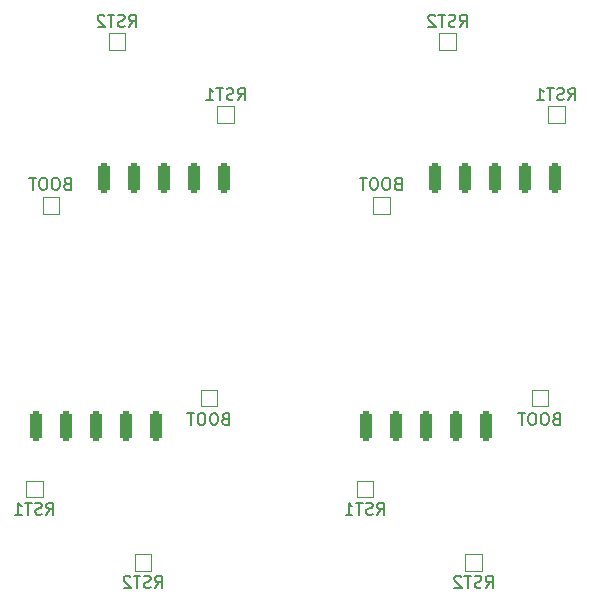
<source format=gbr>
%TF.GenerationSoftware,KiCad,Pcbnew,7.0.8*%
%TF.CreationDate,2024-04-11T01:14:03+02:00*%
%TF.ProjectId,Expansion_Card_Retrofit,45787061-6e73-4696-9f6e-5f436172645f,X1*%
%TF.SameCoordinates,Original*%
%TF.FileFunction,Legend,Bot*%
%TF.FilePolarity,Positive*%
%FSLAX46Y46*%
G04 Gerber Fmt 4.6, Leading zero omitted, Abs format (unit mm)*
G04 Created by KiCad (PCBNEW 7.0.8) date 2024-04-11 01:14:03*
%MOMM*%
%LPD*%
G01*
G04 APERTURE LIST*
G04 Aperture macros list*
%AMRoundRect*
0 Rectangle with rounded corners*
0 $1 Rounding radius*
0 $2 $3 $4 $5 $6 $7 $8 $9 X,Y pos of 4 corners*
0 Add a 4 corners polygon primitive as box body*
4,1,4,$2,$3,$4,$5,$6,$7,$8,$9,$2,$3,0*
0 Add four circle primitives for the rounded corners*
1,1,$1+$1,$2,$3*
1,1,$1+$1,$4,$5*
1,1,$1+$1,$6,$7*
1,1,$1+$1,$8,$9*
0 Add four rect primitives between the rounded corners*
20,1,$1+$1,$2,$3,$4,$5,0*
20,1,$1+$1,$4,$5,$6,$7,0*
20,1,$1+$1,$6,$7,$8,$9,0*
20,1,$1+$1,$8,$9,$2,$3,0*%
G04 Aperture macros list end*
%ADD10C,0.150000*%
%ADD11C,0.120000*%
%ADD12R,1.500000X1.500000*%
%ADD13RoundRect,0.250000X0.250000X1.000000X-0.250000X1.000000X-0.250000X-1.000000X0.250000X-1.000000X0*%
%ADD14RoundRect,0.250000X-0.250000X-1.000000X0.250000X-1.000000X0.250000X1.000000X-0.250000X1.000000X0*%
%ADD15R,1.000000X1.000000*%
%ADD16C,2.200000*%
%ADD17R,0.700000X1.150000*%
%ADD18R,0.380000X1.000000*%
G04 APERTURE END LIST*
D10*
X141923809Y-123504819D02*
X142257142Y-123028628D01*
X142495237Y-123504819D02*
X142495237Y-122504819D01*
X142495237Y-122504819D02*
X142114285Y-122504819D01*
X142114285Y-122504819D02*
X142019047Y-122552438D01*
X142019047Y-122552438D02*
X141971428Y-122600057D01*
X141971428Y-122600057D02*
X141923809Y-122695295D01*
X141923809Y-122695295D02*
X141923809Y-122838152D01*
X141923809Y-122838152D02*
X141971428Y-122933390D01*
X141971428Y-122933390D02*
X142019047Y-122981009D01*
X142019047Y-122981009D02*
X142114285Y-123028628D01*
X142114285Y-123028628D02*
X142495237Y-123028628D01*
X141542856Y-123457200D02*
X141399999Y-123504819D01*
X141399999Y-123504819D02*
X141161904Y-123504819D01*
X141161904Y-123504819D02*
X141066666Y-123457200D01*
X141066666Y-123457200D02*
X141019047Y-123409580D01*
X141019047Y-123409580D02*
X140971428Y-123314342D01*
X140971428Y-123314342D02*
X140971428Y-123219104D01*
X140971428Y-123219104D02*
X141019047Y-123123866D01*
X141019047Y-123123866D02*
X141066666Y-123076247D01*
X141066666Y-123076247D02*
X141161904Y-123028628D01*
X141161904Y-123028628D02*
X141352380Y-122981009D01*
X141352380Y-122981009D02*
X141447618Y-122933390D01*
X141447618Y-122933390D02*
X141495237Y-122885771D01*
X141495237Y-122885771D02*
X141542856Y-122790533D01*
X141542856Y-122790533D02*
X141542856Y-122695295D01*
X141542856Y-122695295D02*
X141495237Y-122600057D01*
X141495237Y-122600057D02*
X141447618Y-122552438D01*
X141447618Y-122552438D02*
X141352380Y-122504819D01*
X141352380Y-122504819D02*
X141114285Y-122504819D01*
X141114285Y-122504819D02*
X140971428Y-122552438D01*
X140685713Y-122504819D02*
X140114285Y-122504819D01*
X140399999Y-123504819D02*
X140399999Y-122504819D01*
X139257142Y-123504819D02*
X139828570Y-123504819D01*
X139542856Y-123504819D02*
X139542856Y-122504819D01*
X139542856Y-122504819D02*
X139638094Y-122647676D01*
X139638094Y-122647676D02*
X139733332Y-122742914D01*
X139733332Y-122742914D02*
X139828570Y-122790533D01*
X151123809Y-129704819D02*
X151457142Y-129228628D01*
X151695237Y-129704819D02*
X151695237Y-128704819D01*
X151695237Y-128704819D02*
X151314285Y-128704819D01*
X151314285Y-128704819D02*
X151219047Y-128752438D01*
X151219047Y-128752438D02*
X151171428Y-128800057D01*
X151171428Y-128800057D02*
X151123809Y-128895295D01*
X151123809Y-128895295D02*
X151123809Y-129038152D01*
X151123809Y-129038152D02*
X151171428Y-129133390D01*
X151171428Y-129133390D02*
X151219047Y-129181009D01*
X151219047Y-129181009D02*
X151314285Y-129228628D01*
X151314285Y-129228628D02*
X151695237Y-129228628D01*
X150742856Y-129657200D02*
X150599999Y-129704819D01*
X150599999Y-129704819D02*
X150361904Y-129704819D01*
X150361904Y-129704819D02*
X150266666Y-129657200D01*
X150266666Y-129657200D02*
X150219047Y-129609580D01*
X150219047Y-129609580D02*
X150171428Y-129514342D01*
X150171428Y-129514342D02*
X150171428Y-129419104D01*
X150171428Y-129419104D02*
X150219047Y-129323866D01*
X150219047Y-129323866D02*
X150266666Y-129276247D01*
X150266666Y-129276247D02*
X150361904Y-129228628D01*
X150361904Y-129228628D02*
X150552380Y-129181009D01*
X150552380Y-129181009D02*
X150647618Y-129133390D01*
X150647618Y-129133390D02*
X150695237Y-129085771D01*
X150695237Y-129085771D02*
X150742856Y-128990533D01*
X150742856Y-128990533D02*
X150742856Y-128895295D01*
X150742856Y-128895295D02*
X150695237Y-128800057D01*
X150695237Y-128800057D02*
X150647618Y-128752438D01*
X150647618Y-128752438D02*
X150552380Y-128704819D01*
X150552380Y-128704819D02*
X150314285Y-128704819D01*
X150314285Y-128704819D02*
X150171428Y-128752438D01*
X149885713Y-128704819D02*
X149314285Y-128704819D01*
X149599999Y-129704819D02*
X149599999Y-128704819D01*
X149028570Y-128800057D02*
X148980951Y-128752438D01*
X148980951Y-128752438D02*
X148885713Y-128704819D01*
X148885713Y-128704819D02*
X148647618Y-128704819D01*
X148647618Y-128704819D02*
X148552380Y-128752438D01*
X148552380Y-128752438D02*
X148504761Y-128800057D01*
X148504761Y-128800057D02*
X148457142Y-128895295D01*
X148457142Y-128895295D02*
X148457142Y-128990533D01*
X148457142Y-128990533D02*
X148504761Y-129133390D01*
X148504761Y-129133390D02*
X149076189Y-129704819D01*
X149076189Y-129704819D02*
X148457142Y-129704819D01*
X157057142Y-115381009D02*
X156914285Y-115428628D01*
X156914285Y-115428628D02*
X156866666Y-115476247D01*
X156866666Y-115476247D02*
X156819047Y-115571485D01*
X156819047Y-115571485D02*
X156819047Y-115714342D01*
X156819047Y-115714342D02*
X156866666Y-115809580D01*
X156866666Y-115809580D02*
X156914285Y-115857200D01*
X156914285Y-115857200D02*
X157009523Y-115904819D01*
X157009523Y-115904819D02*
X157390475Y-115904819D01*
X157390475Y-115904819D02*
X157390475Y-114904819D01*
X157390475Y-114904819D02*
X157057142Y-114904819D01*
X157057142Y-114904819D02*
X156961904Y-114952438D01*
X156961904Y-114952438D02*
X156914285Y-115000057D01*
X156914285Y-115000057D02*
X156866666Y-115095295D01*
X156866666Y-115095295D02*
X156866666Y-115190533D01*
X156866666Y-115190533D02*
X156914285Y-115285771D01*
X156914285Y-115285771D02*
X156961904Y-115333390D01*
X156961904Y-115333390D02*
X157057142Y-115381009D01*
X157057142Y-115381009D02*
X157390475Y-115381009D01*
X156199999Y-114904819D02*
X156009523Y-114904819D01*
X156009523Y-114904819D02*
X155914285Y-114952438D01*
X155914285Y-114952438D02*
X155819047Y-115047676D01*
X155819047Y-115047676D02*
X155771428Y-115238152D01*
X155771428Y-115238152D02*
X155771428Y-115571485D01*
X155771428Y-115571485D02*
X155819047Y-115761961D01*
X155819047Y-115761961D02*
X155914285Y-115857200D01*
X155914285Y-115857200D02*
X156009523Y-115904819D01*
X156009523Y-115904819D02*
X156199999Y-115904819D01*
X156199999Y-115904819D02*
X156295237Y-115857200D01*
X156295237Y-115857200D02*
X156390475Y-115761961D01*
X156390475Y-115761961D02*
X156438094Y-115571485D01*
X156438094Y-115571485D02*
X156438094Y-115238152D01*
X156438094Y-115238152D02*
X156390475Y-115047676D01*
X156390475Y-115047676D02*
X156295237Y-114952438D01*
X156295237Y-114952438D02*
X156199999Y-114904819D01*
X155152380Y-114904819D02*
X154961904Y-114904819D01*
X154961904Y-114904819D02*
X154866666Y-114952438D01*
X154866666Y-114952438D02*
X154771428Y-115047676D01*
X154771428Y-115047676D02*
X154723809Y-115238152D01*
X154723809Y-115238152D02*
X154723809Y-115571485D01*
X154723809Y-115571485D02*
X154771428Y-115761961D01*
X154771428Y-115761961D02*
X154866666Y-115857200D01*
X154866666Y-115857200D02*
X154961904Y-115904819D01*
X154961904Y-115904819D02*
X155152380Y-115904819D01*
X155152380Y-115904819D02*
X155247618Y-115857200D01*
X155247618Y-115857200D02*
X155342856Y-115761961D01*
X155342856Y-115761961D02*
X155390475Y-115571485D01*
X155390475Y-115571485D02*
X155390475Y-115238152D01*
X155390475Y-115238152D02*
X155342856Y-115047676D01*
X155342856Y-115047676D02*
X155247618Y-114952438D01*
X155247618Y-114952438D02*
X155152380Y-114904819D01*
X154438094Y-114904819D02*
X153866666Y-114904819D01*
X154152380Y-115904819D02*
X154152380Y-114904819D01*
X113923809Y-123504819D02*
X114257142Y-123028628D01*
X114495237Y-123504819D02*
X114495237Y-122504819D01*
X114495237Y-122504819D02*
X114114285Y-122504819D01*
X114114285Y-122504819D02*
X114019047Y-122552438D01*
X114019047Y-122552438D02*
X113971428Y-122600057D01*
X113971428Y-122600057D02*
X113923809Y-122695295D01*
X113923809Y-122695295D02*
X113923809Y-122838152D01*
X113923809Y-122838152D02*
X113971428Y-122933390D01*
X113971428Y-122933390D02*
X114019047Y-122981009D01*
X114019047Y-122981009D02*
X114114285Y-123028628D01*
X114114285Y-123028628D02*
X114495237Y-123028628D01*
X113542856Y-123457200D02*
X113399999Y-123504819D01*
X113399999Y-123504819D02*
X113161904Y-123504819D01*
X113161904Y-123504819D02*
X113066666Y-123457200D01*
X113066666Y-123457200D02*
X113019047Y-123409580D01*
X113019047Y-123409580D02*
X112971428Y-123314342D01*
X112971428Y-123314342D02*
X112971428Y-123219104D01*
X112971428Y-123219104D02*
X113019047Y-123123866D01*
X113019047Y-123123866D02*
X113066666Y-123076247D01*
X113066666Y-123076247D02*
X113161904Y-123028628D01*
X113161904Y-123028628D02*
X113352380Y-122981009D01*
X113352380Y-122981009D02*
X113447618Y-122933390D01*
X113447618Y-122933390D02*
X113495237Y-122885771D01*
X113495237Y-122885771D02*
X113542856Y-122790533D01*
X113542856Y-122790533D02*
X113542856Y-122695295D01*
X113542856Y-122695295D02*
X113495237Y-122600057D01*
X113495237Y-122600057D02*
X113447618Y-122552438D01*
X113447618Y-122552438D02*
X113352380Y-122504819D01*
X113352380Y-122504819D02*
X113114285Y-122504819D01*
X113114285Y-122504819D02*
X112971428Y-122552438D01*
X112685713Y-122504819D02*
X112114285Y-122504819D01*
X112399999Y-123504819D02*
X112399999Y-122504819D01*
X111257142Y-123504819D02*
X111828570Y-123504819D01*
X111542856Y-123504819D02*
X111542856Y-122504819D01*
X111542856Y-122504819D02*
X111638094Y-122647676D01*
X111638094Y-122647676D02*
X111733332Y-122742914D01*
X111733332Y-122742914D02*
X111828570Y-122790533D01*
X123123809Y-129704819D02*
X123457142Y-129228628D01*
X123695237Y-129704819D02*
X123695237Y-128704819D01*
X123695237Y-128704819D02*
X123314285Y-128704819D01*
X123314285Y-128704819D02*
X123219047Y-128752438D01*
X123219047Y-128752438D02*
X123171428Y-128800057D01*
X123171428Y-128800057D02*
X123123809Y-128895295D01*
X123123809Y-128895295D02*
X123123809Y-129038152D01*
X123123809Y-129038152D02*
X123171428Y-129133390D01*
X123171428Y-129133390D02*
X123219047Y-129181009D01*
X123219047Y-129181009D02*
X123314285Y-129228628D01*
X123314285Y-129228628D02*
X123695237Y-129228628D01*
X122742856Y-129657200D02*
X122599999Y-129704819D01*
X122599999Y-129704819D02*
X122361904Y-129704819D01*
X122361904Y-129704819D02*
X122266666Y-129657200D01*
X122266666Y-129657200D02*
X122219047Y-129609580D01*
X122219047Y-129609580D02*
X122171428Y-129514342D01*
X122171428Y-129514342D02*
X122171428Y-129419104D01*
X122171428Y-129419104D02*
X122219047Y-129323866D01*
X122219047Y-129323866D02*
X122266666Y-129276247D01*
X122266666Y-129276247D02*
X122361904Y-129228628D01*
X122361904Y-129228628D02*
X122552380Y-129181009D01*
X122552380Y-129181009D02*
X122647618Y-129133390D01*
X122647618Y-129133390D02*
X122695237Y-129085771D01*
X122695237Y-129085771D02*
X122742856Y-128990533D01*
X122742856Y-128990533D02*
X122742856Y-128895295D01*
X122742856Y-128895295D02*
X122695237Y-128800057D01*
X122695237Y-128800057D02*
X122647618Y-128752438D01*
X122647618Y-128752438D02*
X122552380Y-128704819D01*
X122552380Y-128704819D02*
X122314285Y-128704819D01*
X122314285Y-128704819D02*
X122171428Y-128752438D01*
X121885713Y-128704819D02*
X121314285Y-128704819D01*
X121599999Y-129704819D02*
X121599999Y-128704819D01*
X121028570Y-128800057D02*
X120980951Y-128752438D01*
X120980951Y-128752438D02*
X120885713Y-128704819D01*
X120885713Y-128704819D02*
X120647618Y-128704819D01*
X120647618Y-128704819D02*
X120552380Y-128752438D01*
X120552380Y-128752438D02*
X120504761Y-128800057D01*
X120504761Y-128800057D02*
X120457142Y-128895295D01*
X120457142Y-128895295D02*
X120457142Y-128990533D01*
X120457142Y-128990533D02*
X120504761Y-129133390D01*
X120504761Y-129133390D02*
X121076189Y-129704819D01*
X121076189Y-129704819D02*
X120457142Y-129704819D01*
X129057142Y-115381009D02*
X128914285Y-115428628D01*
X128914285Y-115428628D02*
X128866666Y-115476247D01*
X128866666Y-115476247D02*
X128819047Y-115571485D01*
X128819047Y-115571485D02*
X128819047Y-115714342D01*
X128819047Y-115714342D02*
X128866666Y-115809580D01*
X128866666Y-115809580D02*
X128914285Y-115857200D01*
X128914285Y-115857200D02*
X129009523Y-115904819D01*
X129009523Y-115904819D02*
X129390475Y-115904819D01*
X129390475Y-115904819D02*
X129390475Y-114904819D01*
X129390475Y-114904819D02*
X129057142Y-114904819D01*
X129057142Y-114904819D02*
X128961904Y-114952438D01*
X128961904Y-114952438D02*
X128914285Y-115000057D01*
X128914285Y-115000057D02*
X128866666Y-115095295D01*
X128866666Y-115095295D02*
X128866666Y-115190533D01*
X128866666Y-115190533D02*
X128914285Y-115285771D01*
X128914285Y-115285771D02*
X128961904Y-115333390D01*
X128961904Y-115333390D02*
X129057142Y-115381009D01*
X129057142Y-115381009D02*
X129390475Y-115381009D01*
X128199999Y-114904819D02*
X128009523Y-114904819D01*
X128009523Y-114904819D02*
X127914285Y-114952438D01*
X127914285Y-114952438D02*
X127819047Y-115047676D01*
X127819047Y-115047676D02*
X127771428Y-115238152D01*
X127771428Y-115238152D02*
X127771428Y-115571485D01*
X127771428Y-115571485D02*
X127819047Y-115761961D01*
X127819047Y-115761961D02*
X127914285Y-115857200D01*
X127914285Y-115857200D02*
X128009523Y-115904819D01*
X128009523Y-115904819D02*
X128199999Y-115904819D01*
X128199999Y-115904819D02*
X128295237Y-115857200D01*
X128295237Y-115857200D02*
X128390475Y-115761961D01*
X128390475Y-115761961D02*
X128438094Y-115571485D01*
X128438094Y-115571485D02*
X128438094Y-115238152D01*
X128438094Y-115238152D02*
X128390475Y-115047676D01*
X128390475Y-115047676D02*
X128295237Y-114952438D01*
X128295237Y-114952438D02*
X128199999Y-114904819D01*
X127152380Y-114904819D02*
X126961904Y-114904819D01*
X126961904Y-114904819D02*
X126866666Y-114952438D01*
X126866666Y-114952438D02*
X126771428Y-115047676D01*
X126771428Y-115047676D02*
X126723809Y-115238152D01*
X126723809Y-115238152D02*
X126723809Y-115571485D01*
X126723809Y-115571485D02*
X126771428Y-115761961D01*
X126771428Y-115761961D02*
X126866666Y-115857200D01*
X126866666Y-115857200D02*
X126961904Y-115904819D01*
X126961904Y-115904819D02*
X127152380Y-115904819D01*
X127152380Y-115904819D02*
X127247618Y-115857200D01*
X127247618Y-115857200D02*
X127342856Y-115761961D01*
X127342856Y-115761961D02*
X127390475Y-115571485D01*
X127390475Y-115571485D02*
X127390475Y-115238152D01*
X127390475Y-115238152D02*
X127342856Y-115047676D01*
X127342856Y-115047676D02*
X127247618Y-114952438D01*
X127247618Y-114952438D02*
X127152380Y-114904819D01*
X126438094Y-114904819D02*
X125866666Y-114904819D01*
X126152380Y-115904819D02*
X126152380Y-114904819D01*
X158123809Y-88404819D02*
X158457142Y-87928628D01*
X158695237Y-88404819D02*
X158695237Y-87404819D01*
X158695237Y-87404819D02*
X158314285Y-87404819D01*
X158314285Y-87404819D02*
X158219047Y-87452438D01*
X158219047Y-87452438D02*
X158171428Y-87500057D01*
X158171428Y-87500057D02*
X158123809Y-87595295D01*
X158123809Y-87595295D02*
X158123809Y-87738152D01*
X158123809Y-87738152D02*
X158171428Y-87833390D01*
X158171428Y-87833390D02*
X158219047Y-87881009D01*
X158219047Y-87881009D02*
X158314285Y-87928628D01*
X158314285Y-87928628D02*
X158695237Y-87928628D01*
X157742856Y-88357200D02*
X157599999Y-88404819D01*
X157599999Y-88404819D02*
X157361904Y-88404819D01*
X157361904Y-88404819D02*
X157266666Y-88357200D01*
X157266666Y-88357200D02*
X157219047Y-88309580D01*
X157219047Y-88309580D02*
X157171428Y-88214342D01*
X157171428Y-88214342D02*
X157171428Y-88119104D01*
X157171428Y-88119104D02*
X157219047Y-88023866D01*
X157219047Y-88023866D02*
X157266666Y-87976247D01*
X157266666Y-87976247D02*
X157361904Y-87928628D01*
X157361904Y-87928628D02*
X157552380Y-87881009D01*
X157552380Y-87881009D02*
X157647618Y-87833390D01*
X157647618Y-87833390D02*
X157695237Y-87785771D01*
X157695237Y-87785771D02*
X157742856Y-87690533D01*
X157742856Y-87690533D02*
X157742856Y-87595295D01*
X157742856Y-87595295D02*
X157695237Y-87500057D01*
X157695237Y-87500057D02*
X157647618Y-87452438D01*
X157647618Y-87452438D02*
X157552380Y-87404819D01*
X157552380Y-87404819D02*
X157314285Y-87404819D01*
X157314285Y-87404819D02*
X157171428Y-87452438D01*
X156885713Y-87404819D02*
X156314285Y-87404819D01*
X156599999Y-88404819D02*
X156599999Y-87404819D01*
X155457142Y-88404819D02*
X156028570Y-88404819D01*
X155742856Y-88404819D02*
X155742856Y-87404819D01*
X155742856Y-87404819D02*
X155838094Y-87547676D01*
X155838094Y-87547676D02*
X155933332Y-87642914D01*
X155933332Y-87642914D02*
X156028570Y-87690533D01*
X148923809Y-82204819D02*
X149257142Y-81728628D01*
X149495237Y-82204819D02*
X149495237Y-81204819D01*
X149495237Y-81204819D02*
X149114285Y-81204819D01*
X149114285Y-81204819D02*
X149019047Y-81252438D01*
X149019047Y-81252438D02*
X148971428Y-81300057D01*
X148971428Y-81300057D02*
X148923809Y-81395295D01*
X148923809Y-81395295D02*
X148923809Y-81538152D01*
X148923809Y-81538152D02*
X148971428Y-81633390D01*
X148971428Y-81633390D02*
X149019047Y-81681009D01*
X149019047Y-81681009D02*
X149114285Y-81728628D01*
X149114285Y-81728628D02*
X149495237Y-81728628D01*
X148542856Y-82157200D02*
X148399999Y-82204819D01*
X148399999Y-82204819D02*
X148161904Y-82204819D01*
X148161904Y-82204819D02*
X148066666Y-82157200D01*
X148066666Y-82157200D02*
X148019047Y-82109580D01*
X148019047Y-82109580D02*
X147971428Y-82014342D01*
X147971428Y-82014342D02*
X147971428Y-81919104D01*
X147971428Y-81919104D02*
X148019047Y-81823866D01*
X148019047Y-81823866D02*
X148066666Y-81776247D01*
X148066666Y-81776247D02*
X148161904Y-81728628D01*
X148161904Y-81728628D02*
X148352380Y-81681009D01*
X148352380Y-81681009D02*
X148447618Y-81633390D01*
X148447618Y-81633390D02*
X148495237Y-81585771D01*
X148495237Y-81585771D02*
X148542856Y-81490533D01*
X148542856Y-81490533D02*
X148542856Y-81395295D01*
X148542856Y-81395295D02*
X148495237Y-81300057D01*
X148495237Y-81300057D02*
X148447618Y-81252438D01*
X148447618Y-81252438D02*
X148352380Y-81204819D01*
X148352380Y-81204819D02*
X148114285Y-81204819D01*
X148114285Y-81204819D02*
X147971428Y-81252438D01*
X147685713Y-81204819D02*
X147114285Y-81204819D01*
X147399999Y-82204819D02*
X147399999Y-81204819D01*
X146828570Y-81300057D02*
X146780951Y-81252438D01*
X146780951Y-81252438D02*
X146685713Y-81204819D01*
X146685713Y-81204819D02*
X146447618Y-81204819D01*
X146447618Y-81204819D02*
X146352380Y-81252438D01*
X146352380Y-81252438D02*
X146304761Y-81300057D01*
X146304761Y-81300057D02*
X146257142Y-81395295D01*
X146257142Y-81395295D02*
X146257142Y-81490533D01*
X146257142Y-81490533D02*
X146304761Y-81633390D01*
X146304761Y-81633390D02*
X146876189Y-82204819D01*
X146876189Y-82204819D02*
X146257142Y-82204819D01*
X143657142Y-95481009D02*
X143514285Y-95528628D01*
X143514285Y-95528628D02*
X143466666Y-95576247D01*
X143466666Y-95576247D02*
X143419047Y-95671485D01*
X143419047Y-95671485D02*
X143419047Y-95814342D01*
X143419047Y-95814342D02*
X143466666Y-95909580D01*
X143466666Y-95909580D02*
X143514285Y-95957200D01*
X143514285Y-95957200D02*
X143609523Y-96004819D01*
X143609523Y-96004819D02*
X143990475Y-96004819D01*
X143990475Y-96004819D02*
X143990475Y-95004819D01*
X143990475Y-95004819D02*
X143657142Y-95004819D01*
X143657142Y-95004819D02*
X143561904Y-95052438D01*
X143561904Y-95052438D02*
X143514285Y-95100057D01*
X143514285Y-95100057D02*
X143466666Y-95195295D01*
X143466666Y-95195295D02*
X143466666Y-95290533D01*
X143466666Y-95290533D02*
X143514285Y-95385771D01*
X143514285Y-95385771D02*
X143561904Y-95433390D01*
X143561904Y-95433390D02*
X143657142Y-95481009D01*
X143657142Y-95481009D02*
X143990475Y-95481009D01*
X142799999Y-95004819D02*
X142609523Y-95004819D01*
X142609523Y-95004819D02*
X142514285Y-95052438D01*
X142514285Y-95052438D02*
X142419047Y-95147676D01*
X142419047Y-95147676D02*
X142371428Y-95338152D01*
X142371428Y-95338152D02*
X142371428Y-95671485D01*
X142371428Y-95671485D02*
X142419047Y-95861961D01*
X142419047Y-95861961D02*
X142514285Y-95957200D01*
X142514285Y-95957200D02*
X142609523Y-96004819D01*
X142609523Y-96004819D02*
X142799999Y-96004819D01*
X142799999Y-96004819D02*
X142895237Y-95957200D01*
X142895237Y-95957200D02*
X142990475Y-95861961D01*
X142990475Y-95861961D02*
X143038094Y-95671485D01*
X143038094Y-95671485D02*
X143038094Y-95338152D01*
X143038094Y-95338152D02*
X142990475Y-95147676D01*
X142990475Y-95147676D02*
X142895237Y-95052438D01*
X142895237Y-95052438D02*
X142799999Y-95004819D01*
X141752380Y-95004819D02*
X141561904Y-95004819D01*
X141561904Y-95004819D02*
X141466666Y-95052438D01*
X141466666Y-95052438D02*
X141371428Y-95147676D01*
X141371428Y-95147676D02*
X141323809Y-95338152D01*
X141323809Y-95338152D02*
X141323809Y-95671485D01*
X141323809Y-95671485D02*
X141371428Y-95861961D01*
X141371428Y-95861961D02*
X141466666Y-95957200D01*
X141466666Y-95957200D02*
X141561904Y-96004819D01*
X141561904Y-96004819D02*
X141752380Y-96004819D01*
X141752380Y-96004819D02*
X141847618Y-95957200D01*
X141847618Y-95957200D02*
X141942856Y-95861961D01*
X141942856Y-95861961D02*
X141990475Y-95671485D01*
X141990475Y-95671485D02*
X141990475Y-95338152D01*
X141990475Y-95338152D02*
X141942856Y-95147676D01*
X141942856Y-95147676D02*
X141847618Y-95052438D01*
X141847618Y-95052438D02*
X141752380Y-95004819D01*
X141038094Y-95004819D02*
X140466666Y-95004819D01*
X140752380Y-96004819D02*
X140752380Y-95004819D01*
X130123809Y-88404819D02*
X130457142Y-87928628D01*
X130695237Y-88404819D02*
X130695237Y-87404819D01*
X130695237Y-87404819D02*
X130314285Y-87404819D01*
X130314285Y-87404819D02*
X130219047Y-87452438D01*
X130219047Y-87452438D02*
X130171428Y-87500057D01*
X130171428Y-87500057D02*
X130123809Y-87595295D01*
X130123809Y-87595295D02*
X130123809Y-87738152D01*
X130123809Y-87738152D02*
X130171428Y-87833390D01*
X130171428Y-87833390D02*
X130219047Y-87881009D01*
X130219047Y-87881009D02*
X130314285Y-87928628D01*
X130314285Y-87928628D02*
X130695237Y-87928628D01*
X129742856Y-88357200D02*
X129599999Y-88404819D01*
X129599999Y-88404819D02*
X129361904Y-88404819D01*
X129361904Y-88404819D02*
X129266666Y-88357200D01*
X129266666Y-88357200D02*
X129219047Y-88309580D01*
X129219047Y-88309580D02*
X129171428Y-88214342D01*
X129171428Y-88214342D02*
X129171428Y-88119104D01*
X129171428Y-88119104D02*
X129219047Y-88023866D01*
X129219047Y-88023866D02*
X129266666Y-87976247D01*
X129266666Y-87976247D02*
X129361904Y-87928628D01*
X129361904Y-87928628D02*
X129552380Y-87881009D01*
X129552380Y-87881009D02*
X129647618Y-87833390D01*
X129647618Y-87833390D02*
X129695237Y-87785771D01*
X129695237Y-87785771D02*
X129742856Y-87690533D01*
X129742856Y-87690533D02*
X129742856Y-87595295D01*
X129742856Y-87595295D02*
X129695237Y-87500057D01*
X129695237Y-87500057D02*
X129647618Y-87452438D01*
X129647618Y-87452438D02*
X129552380Y-87404819D01*
X129552380Y-87404819D02*
X129314285Y-87404819D01*
X129314285Y-87404819D02*
X129171428Y-87452438D01*
X128885713Y-87404819D02*
X128314285Y-87404819D01*
X128599999Y-88404819D02*
X128599999Y-87404819D01*
X127457142Y-88404819D02*
X128028570Y-88404819D01*
X127742856Y-88404819D02*
X127742856Y-87404819D01*
X127742856Y-87404819D02*
X127838094Y-87547676D01*
X127838094Y-87547676D02*
X127933332Y-87642914D01*
X127933332Y-87642914D02*
X128028570Y-87690533D01*
X120923809Y-82204819D02*
X121257142Y-81728628D01*
X121495237Y-82204819D02*
X121495237Y-81204819D01*
X121495237Y-81204819D02*
X121114285Y-81204819D01*
X121114285Y-81204819D02*
X121019047Y-81252438D01*
X121019047Y-81252438D02*
X120971428Y-81300057D01*
X120971428Y-81300057D02*
X120923809Y-81395295D01*
X120923809Y-81395295D02*
X120923809Y-81538152D01*
X120923809Y-81538152D02*
X120971428Y-81633390D01*
X120971428Y-81633390D02*
X121019047Y-81681009D01*
X121019047Y-81681009D02*
X121114285Y-81728628D01*
X121114285Y-81728628D02*
X121495237Y-81728628D01*
X120542856Y-82157200D02*
X120399999Y-82204819D01*
X120399999Y-82204819D02*
X120161904Y-82204819D01*
X120161904Y-82204819D02*
X120066666Y-82157200D01*
X120066666Y-82157200D02*
X120019047Y-82109580D01*
X120019047Y-82109580D02*
X119971428Y-82014342D01*
X119971428Y-82014342D02*
X119971428Y-81919104D01*
X119971428Y-81919104D02*
X120019047Y-81823866D01*
X120019047Y-81823866D02*
X120066666Y-81776247D01*
X120066666Y-81776247D02*
X120161904Y-81728628D01*
X120161904Y-81728628D02*
X120352380Y-81681009D01*
X120352380Y-81681009D02*
X120447618Y-81633390D01*
X120447618Y-81633390D02*
X120495237Y-81585771D01*
X120495237Y-81585771D02*
X120542856Y-81490533D01*
X120542856Y-81490533D02*
X120542856Y-81395295D01*
X120542856Y-81395295D02*
X120495237Y-81300057D01*
X120495237Y-81300057D02*
X120447618Y-81252438D01*
X120447618Y-81252438D02*
X120352380Y-81204819D01*
X120352380Y-81204819D02*
X120114285Y-81204819D01*
X120114285Y-81204819D02*
X119971428Y-81252438D01*
X119685713Y-81204819D02*
X119114285Y-81204819D01*
X119399999Y-82204819D02*
X119399999Y-81204819D01*
X118828570Y-81300057D02*
X118780951Y-81252438D01*
X118780951Y-81252438D02*
X118685713Y-81204819D01*
X118685713Y-81204819D02*
X118447618Y-81204819D01*
X118447618Y-81204819D02*
X118352380Y-81252438D01*
X118352380Y-81252438D02*
X118304761Y-81300057D01*
X118304761Y-81300057D02*
X118257142Y-81395295D01*
X118257142Y-81395295D02*
X118257142Y-81490533D01*
X118257142Y-81490533D02*
X118304761Y-81633390D01*
X118304761Y-81633390D02*
X118876189Y-82204819D01*
X118876189Y-82204819D02*
X118257142Y-82204819D01*
X115657142Y-95481009D02*
X115514285Y-95528628D01*
X115514285Y-95528628D02*
X115466666Y-95576247D01*
X115466666Y-95576247D02*
X115419047Y-95671485D01*
X115419047Y-95671485D02*
X115419047Y-95814342D01*
X115419047Y-95814342D02*
X115466666Y-95909580D01*
X115466666Y-95909580D02*
X115514285Y-95957200D01*
X115514285Y-95957200D02*
X115609523Y-96004819D01*
X115609523Y-96004819D02*
X115990475Y-96004819D01*
X115990475Y-96004819D02*
X115990475Y-95004819D01*
X115990475Y-95004819D02*
X115657142Y-95004819D01*
X115657142Y-95004819D02*
X115561904Y-95052438D01*
X115561904Y-95052438D02*
X115514285Y-95100057D01*
X115514285Y-95100057D02*
X115466666Y-95195295D01*
X115466666Y-95195295D02*
X115466666Y-95290533D01*
X115466666Y-95290533D02*
X115514285Y-95385771D01*
X115514285Y-95385771D02*
X115561904Y-95433390D01*
X115561904Y-95433390D02*
X115657142Y-95481009D01*
X115657142Y-95481009D02*
X115990475Y-95481009D01*
X114799999Y-95004819D02*
X114609523Y-95004819D01*
X114609523Y-95004819D02*
X114514285Y-95052438D01*
X114514285Y-95052438D02*
X114419047Y-95147676D01*
X114419047Y-95147676D02*
X114371428Y-95338152D01*
X114371428Y-95338152D02*
X114371428Y-95671485D01*
X114371428Y-95671485D02*
X114419047Y-95861961D01*
X114419047Y-95861961D02*
X114514285Y-95957200D01*
X114514285Y-95957200D02*
X114609523Y-96004819D01*
X114609523Y-96004819D02*
X114799999Y-96004819D01*
X114799999Y-96004819D02*
X114895237Y-95957200D01*
X114895237Y-95957200D02*
X114990475Y-95861961D01*
X114990475Y-95861961D02*
X115038094Y-95671485D01*
X115038094Y-95671485D02*
X115038094Y-95338152D01*
X115038094Y-95338152D02*
X114990475Y-95147676D01*
X114990475Y-95147676D02*
X114895237Y-95052438D01*
X114895237Y-95052438D02*
X114799999Y-95004819D01*
X113752380Y-95004819D02*
X113561904Y-95004819D01*
X113561904Y-95004819D02*
X113466666Y-95052438D01*
X113466666Y-95052438D02*
X113371428Y-95147676D01*
X113371428Y-95147676D02*
X113323809Y-95338152D01*
X113323809Y-95338152D02*
X113323809Y-95671485D01*
X113323809Y-95671485D02*
X113371428Y-95861961D01*
X113371428Y-95861961D02*
X113466666Y-95957200D01*
X113466666Y-95957200D02*
X113561904Y-96004819D01*
X113561904Y-96004819D02*
X113752380Y-96004819D01*
X113752380Y-96004819D02*
X113847618Y-95957200D01*
X113847618Y-95957200D02*
X113942856Y-95861961D01*
X113942856Y-95861961D02*
X113990475Y-95671485D01*
X113990475Y-95671485D02*
X113990475Y-95338152D01*
X113990475Y-95338152D02*
X113942856Y-95147676D01*
X113942856Y-95147676D02*
X113847618Y-95052438D01*
X113847618Y-95052438D02*
X113752380Y-95004819D01*
X113038094Y-95004819D02*
X112466666Y-95004819D01*
X112752380Y-96004819D02*
X112752380Y-95004819D01*
D11*
%TO.C,TP8*%
X141600000Y-122050000D02*
X141600000Y-120650000D01*
X141600000Y-120650000D02*
X140200000Y-120650000D01*
X140200000Y-122050000D02*
X141600000Y-122050000D01*
X140200000Y-120650000D02*
X140200000Y-122050000D01*
%TO.C,TP7*%
X149400000Y-128250000D02*
X150800000Y-128250000D01*
X150800000Y-128250000D02*
X150800000Y-126850000D01*
X149400000Y-126850000D02*
X149400000Y-128250000D01*
X150800000Y-126850000D02*
X149400000Y-126850000D01*
%TO.C,TP5*%
X156400000Y-114350000D02*
X156400000Y-112950000D01*
X156400000Y-112950000D02*
X155000000Y-112950000D01*
X155000000Y-114350000D02*
X156400000Y-114350000D01*
X155000000Y-112950000D02*
X155000000Y-114350000D01*
%TO.C,TP8*%
X112200000Y-120650000D02*
X112200000Y-122050000D01*
X112200000Y-122050000D02*
X113600000Y-122050000D01*
X113600000Y-120650000D02*
X112200000Y-120650000D01*
X113600000Y-122050000D02*
X113600000Y-120650000D01*
%TO.C,TP7*%
X122800000Y-126850000D02*
X121400000Y-126850000D01*
X121400000Y-126850000D02*
X121400000Y-128250000D01*
X122800000Y-128250000D02*
X122800000Y-126850000D01*
X121400000Y-128250000D02*
X122800000Y-128250000D01*
%TO.C,TP5*%
X127000000Y-112950000D02*
X127000000Y-114350000D01*
X127000000Y-114350000D02*
X128400000Y-114350000D01*
X128400000Y-112950000D02*
X127000000Y-112950000D01*
X128400000Y-114350000D02*
X128400000Y-112950000D01*
%TO.C,TP8*%
X157800000Y-90350000D02*
X157800000Y-88950000D01*
X157800000Y-88950000D02*
X156400000Y-88950000D01*
X156400000Y-90350000D02*
X157800000Y-90350000D01*
X156400000Y-88950000D02*
X156400000Y-90350000D01*
%TO.C,TP7*%
X147200000Y-84150000D02*
X148600000Y-84150000D01*
X148600000Y-84150000D02*
X148600000Y-82750000D01*
X147200000Y-82750000D02*
X147200000Y-84150000D01*
X148600000Y-82750000D02*
X147200000Y-82750000D01*
%TO.C,TP5*%
X143000000Y-98050000D02*
X143000000Y-96650000D01*
X143000000Y-96650000D02*
X141600000Y-96650000D01*
X141600000Y-98050000D02*
X143000000Y-98050000D01*
X141600000Y-96650000D02*
X141600000Y-98050000D01*
%TO.C,TP8*%
X128400000Y-88950000D02*
X128400000Y-90350000D01*
X128400000Y-90350000D02*
X129800000Y-90350000D01*
X129800000Y-88950000D02*
X128400000Y-88950000D01*
X129800000Y-90350000D02*
X129800000Y-88950000D01*
%TO.C,TP7*%
X120600000Y-82750000D02*
X119200000Y-82750000D01*
X119200000Y-82750000D02*
X119200000Y-84150000D01*
X120600000Y-84150000D02*
X120600000Y-82750000D01*
X119200000Y-84150000D02*
X120600000Y-84150000D01*
%TO.C,TP5*%
X113600000Y-96650000D02*
X113600000Y-98050000D01*
X113600000Y-98050000D02*
X115000000Y-98050000D01*
X115000000Y-96650000D02*
X113600000Y-96650000D01*
X115000000Y-98050000D02*
X115000000Y-96650000D01*
%TD*%
%LPC*%
D12*
%TO.C,TP4*%
X154700000Y-76000000D03*
%TD*%
%TO.C,TP2*%
X143300000Y-76000000D03*
%TD*%
%TO.C,TP4*%
X126700000Y-76000000D03*
%TD*%
%TO.C,TP2*%
X115300000Y-76000000D03*
%TD*%
%TO.C,TP4*%
X115300000Y-135000000D03*
%TD*%
%TO.C,TP2*%
X126700000Y-135000000D03*
%TD*%
%TO.C,TP4*%
X143300000Y-135000000D03*
%TD*%
%TO.C,TP2*%
X154700000Y-135000000D03*
%TD*%
D13*
%TO.C,J1*%
X141020000Y-116025000D03*
X143560000Y-116025000D03*
X146100000Y-116025000D03*
X148640000Y-116025000D03*
X151180000Y-116025000D03*
%TD*%
%TO.C,J1*%
X123180000Y-116025000D03*
X120640000Y-116025000D03*
X118100000Y-116025000D03*
X115560000Y-116025000D03*
X113020000Y-116025000D03*
%TD*%
D14*
%TO.C,J1*%
X146820000Y-94975000D03*
X149360000Y-94975000D03*
X151900000Y-94975000D03*
X154440000Y-94975000D03*
X156980000Y-94975000D03*
%TD*%
%TO.C,J1*%
X118820000Y-94975000D03*
X121360000Y-94975000D03*
X123900000Y-94975000D03*
X126440000Y-94975000D03*
X128980000Y-94975000D03*
%TD*%
D15*
%TO.C,TP8*%
X140900000Y-121350000D03*
%TD*%
%TO.C,TP7*%
X150100000Y-127550000D03*
%TD*%
D16*
%TO.C,H1*%
X160300000Y-116500000D03*
%TD*%
D17*
%TO.C,P1*%
X145580000Y-133120000D03*
D18*
X151750000Y-133960000D03*
X151250000Y-133960000D03*
X150750000Y-133960000D03*
X150250000Y-133960000D03*
X149750000Y-133960000D03*
X148250000Y-133960000D03*
X147750000Y-133960000D03*
X147250000Y-133960000D03*
X146750000Y-133960000D03*
X146250000Y-133960000D03*
%TD*%
D15*
%TO.C,TP5*%
X155700000Y-113650000D03*
%TD*%
D16*
%TO.C,H2*%
X137700000Y-116500000D03*
%TD*%
D15*
%TO.C,TP8*%
X112900000Y-121350000D03*
%TD*%
%TO.C,TP7*%
X122100000Y-127550000D03*
%TD*%
D16*
%TO.C,H1*%
X132300000Y-116500000D03*
%TD*%
D18*
%TO.C,P1*%
X118250000Y-133960000D03*
X118750000Y-133960000D03*
X119250000Y-133960000D03*
X119750000Y-133960000D03*
X120250000Y-133960000D03*
X121750000Y-133960000D03*
X122250000Y-133960000D03*
X122750000Y-133960000D03*
X123250000Y-133960000D03*
X123750000Y-133960000D03*
D17*
X117580000Y-133120000D03*
%TD*%
D15*
%TO.C,TP5*%
X127700000Y-113650000D03*
%TD*%
D16*
%TO.C,H2*%
X109700000Y-116500000D03*
%TD*%
D15*
%TO.C,TP8*%
X157100000Y-89650000D03*
%TD*%
%TO.C,TP7*%
X147900000Y-83450000D03*
%TD*%
D16*
%TO.C,H1*%
X137700000Y-94500000D03*
%TD*%
D18*
%TO.C,P1*%
X151750000Y-77040000D03*
X151250000Y-77040000D03*
X150750000Y-77040000D03*
X150250000Y-77040000D03*
X149750000Y-77040000D03*
X148250000Y-77040000D03*
X147750000Y-77040000D03*
X147250000Y-77040000D03*
X146750000Y-77040000D03*
X146250000Y-77040000D03*
D17*
X152420000Y-77880000D03*
%TD*%
D15*
%TO.C,TP5*%
X142300000Y-97350000D03*
%TD*%
D16*
%TO.C,H2*%
X160300000Y-94500000D03*
%TD*%
D15*
%TO.C,TP8*%
X129100000Y-89650000D03*
%TD*%
%TO.C,TP7*%
X119900000Y-83450000D03*
%TD*%
%TO.C,TP5*%
X114300000Y-97350000D03*
%TD*%
D17*
%TO.C,P1*%
X124420000Y-77880000D03*
D18*
X118250000Y-77040000D03*
X118750000Y-77040000D03*
X119250000Y-77040000D03*
X119750000Y-77040000D03*
X120250000Y-77040000D03*
X121750000Y-77040000D03*
X122250000Y-77040000D03*
X122750000Y-77040000D03*
X123250000Y-77040000D03*
X123750000Y-77040000D03*
%TD*%
D16*
%TO.C,H2*%
X132300000Y-94500000D03*
%TD*%
%TO.C,H1*%
X109700000Y-94500000D03*
%TD*%
%LPD*%
M02*

</source>
